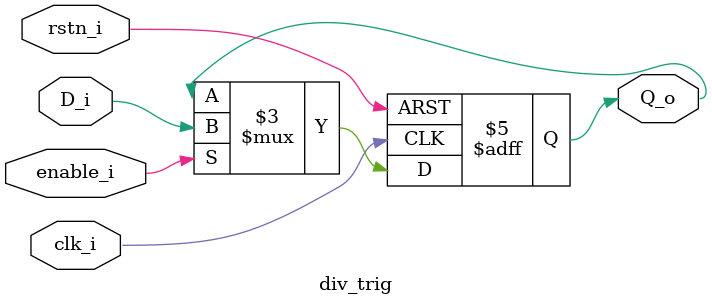
<source format=sv>
module div_trig (
  input  logic enable_i,
  input  logic clk_i,
  input  logic rstn_i,
  input  logic D_i,
  output logic Q_o
);

  always_ff @( posedge clk_i or negedge rstn_i ) begin
    if (!rstn_i)
      Q_o <= 0;
    else if (enable_i)
      Q_o <= D_i;
  end

endmodule
</source>
